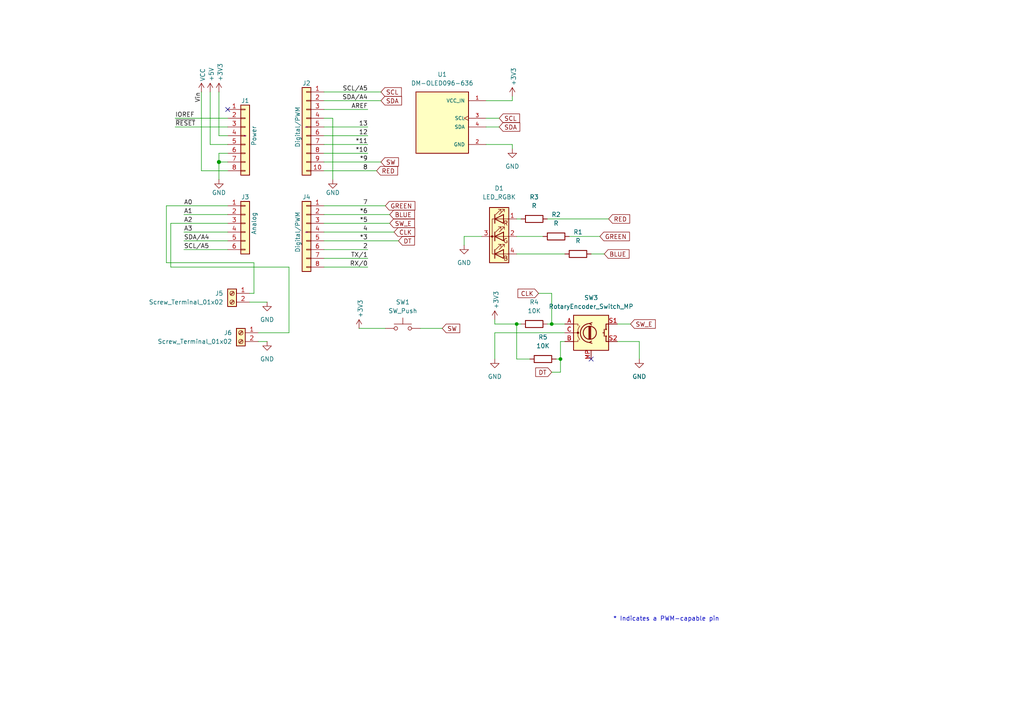
<source format=kicad_sch>
(kicad_sch (version 20250114) (generator "eeschema") (generator_version "9.0")
  (paper "A4")
  (title_block (date "mar. 31 mars 2015"))
  (lib_symbols
    (symbol "Connector:Screw_Terminal_01x02" (pin_names (offset 1.016) (hide yes))
      (property "Reference" "J" (at 0 2.54 0))
      (property "Value" "Screw_Terminal_01x02" (at 0 -5.08 0))
      (symbol "Screw_Terminal_01x02_1_1"
        (rectangle (start -1.27 1.27) (end 1.27 -3.81) (stroke (width 0.254)) (fill (type background)))
        (polyline (pts (xy -0.5334 0.3302) (xy 0.3302 -0.508)) (stroke (width 0.1524)))
        (polyline (pts (xy -0.5334 -2.2098) (xy 0.3302 -3.048)) (stroke (width 0.1524)))
        (polyline (pts (xy -0.3556 0.508) (xy 0.508 -0.3302)) (stroke (width 0.1524)))
        (polyline (pts (xy -0.3556 -2.032) (xy 0.508 -2.8702)) (stroke (width 0.1524)))
        (circle (center 0 0) (radius 0.635) (stroke (width 0.1524)))
        (circle (center 0 -2.54) (radius 0.635) (stroke (width 0.1524)))
        (pin passive line (at -5.08 0 0) (length 3.81) (name "Pin_1") (number "1"))
        (pin passive line (at -5.08 -2.54 0) (length 3.81) (name "Pin_2") (number "2"))
      )
    )
    (symbol "Connector_Generic:Conn_01x06" (pin_names (offset 1.016) (hide yes))
      (property "Reference" "J" (at 0 7.62 0))
      (property "Value" "Conn_01x06" (at 0 -10.16 0))
      (symbol "Conn_01x06_1_1"
        (rectangle (start -1.27 6.35) (end 1.27 -8.89) (stroke (width 0.254)) (fill (type background)))
        (rectangle (start -1.27 5.207) (end 0 4.953) (stroke (width 0.1524)))
        (rectangle (start -1.27 2.667) (end 0 2.413) (stroke (width 0.1524)))
        (rectangle (start -1.27 0.127) (end 0 -0.127) (stroke (width 0.1524)))
        (rectangle (start -1.27 -2.413) (end 0 -2.667) (stroke (width 0.1524)))
        (rectangle (start -1.27 -4.953) (end 0 -5.207) (stroke (width 0.1524)))
        (rectangle (start -1.27 -7.493) (end 0 -7.747) (stroke (width 0.1524)))
        (pin passive line (at -5.08 5.08 0) (length 3.81) (name "Pin_1") (number "1"))
        (pin passive line (at -5.08 2.54 0) (length 3.81) (name "Pin_2") (number "2"))
        (pin passive line (at -5.08 0 0) (length 3.81) (name "Pin_3") (number "3"))
        (pin passive line (at -5.08 -2.54 0) (length 3.81) (name "Pin_4") (number "4"))
        (pin passive line (at -5.08 -5.08 0) (length 3.81) (name "Pin_5") (number "5"))
        (pin passive line (at -5.08 -7.62 0) (length 3.81) (name "Pin_6") (number "6"))
      )
    )
    (symbol "Connector_Generic:Conn_01x08" (pin_names (offset 1.016) (hide yes))
      (property "Reference" "J" (at 0 10.16 0))
      (property "Value" "Conn_01x08" (at 0 -12.7 0))
      (symbol "Conn_01x08_1_1"
        (rectangle (start -1.27 8.89) (end 1.27 -11.43) (stroke (width 0.254)) (fill (type background)))
        (rectangle (start -1.27 7.747) (end 0 7.493) (stroke (width 0.1524)))
        (rectangle (start -1.27 5.207) (end 0 4.953) (stroke (width 0.1524)))
        (rectangle (start -1.27 2.667) (end 0 2.413) (stroke (width 0.1524)))
        (rectangle (start -1.27 0.127) (end 0 -0.127) (stroke (width 0.1524)))
        (rectangle (start -1.27 -2.413) (end 0 -2.667) (stroke (width 0.1524)))
        (rectangle (start -1.27 -4.953) (end 0 -5.207) (stroke (width 0.1524)))
        (rectangle (start -1.27 -7.493) (end 0 -7.747) (stroke (width 0.1524)))
        (rectangle (start -1.27 -10.033) (end 0 -10.287) (stroke (width 0.1524)))
        (pin passive line (at -5.08 7.62 0) (length 3.81) (name "Pin_1") (number "1"))
        (pin passive line (at -5.08 5.08 0) (length 3.81) (name "Pin_2") (number "2"))
        (pin passive line (at -5.08 2.54 0) (length 3.81) (name "Pin_3") (number "3"))
        (pin passive line (at -5.08 0 0) (length 3.81) (name "Pin_4") (number "4"))
        (pin passive line (at -5.08 -2.54 0) (length 3.81) (name "Pin_5") (number "5"))
        (pin passive line (at -5.08 -5.08 0) (length 3.81) (name "Pin_6") (number "6"))
        (pin passive line (at -5.08 -7.62 0) (length 3.81) (name "Pin_7") (number "7"))
        (pin passive line (at -5.08 -10.16 0) (length 3.81) (name "Pin_8") (number "8"))
      )
    )
    (symbol "Connector_Generic:Conn_01x10" (pin_names (offset 1.016) (hide yes))
      (property "Reference" "J" (at 0 12.7 0))
      (property "Value" "Conn_01x10" (at 0 -15.24 0))
      (symbol "Conn_01x10_1_1"
        (rectangle (start -1.27 11.43) (end 1.27 -13.97) (stroke (width 0.254)) (fill (type background)))
        (rectangle (start -1.27 10.287) (end 0 10.033) (stroke (width 0.1524)))
        (rectangle (start -1.27 7.747) (end 0 7.493) (stroke (width 0.1524)))
        (rectangle (start -1.27 5.207) (end 0 4.953) (stroke (width 0.1524)))
        (rectangle (start -1.27 2.667) (end 0 2.413) (stroke (width 0.1524)))
        (rectangle (start -1.27 0.127) (end 0 -0.127) (stroke (width 0.1524)))
        (rectangle (start -1.27 -2.413) (end 0 -2.667) (stroke (width 0.1524)))
        (rectangle (start -1.27 -4.953) (end 0 -5.207) (stroke (width 0.1524)))
        (rectangle (start -1.27 -7.493) (end 0 -7.747) (stroke (width 0.1524)))
        (rectangle (start -1.27 -10.033) (end 0 -10.287) (stroke (width 0.1524)))
        (rectangle (start -1.27 -12.573) (end 0 -12.827) (stroke (width 0.1524)))
        (pin passive line (at -5.08 10.16 0) (length 3.81) (name "Pin_1") (number "1"))
        (pin passive line (at -5.08 7.62 0) (length 3.81) (name "Pin_2") (number "2"))
        (pin passive line (at -5.08 5.08 0) (length 3.81) (name "Pin_3") (number "3"))
        (pin passive line (at -5.08 2.54 0) (length 3.81) (name "Pin_4") (number "4"))
        (pin passive line (at -5.08 0 0) (length 3.81) (name "Pin_5") (number "5"))
        (pin passive line (at -5.08 -2.54 0) (length 3.81) (name "Pin_6") (number "6"))
        (pin passive line (at -5.08 -5.08 0) (length 3.81) (name "Pin_7") (number "7"))
        (pin passive line (at -5.08 -7.62 0) (length 3.81) (name "Pin_8") (number "8"))
        (pin passive line (at -5.08 -10.16 0) (length 3.81) (name "Pin_9") (number "9"))
        (pin passive line (at -5.08 -12.7 0) (length 3.81) (name "Pin_10") (number "10"))
      )
    )
    (symbol "DAVIDFELIZ:DM-OLED096-636" (pin_names (offset 1.016))
      (property "Reference" "U1" (at 0 15.24 0))
      (property "Value" "DM-OLED096-636" (at 0 12.7 0))
      (symbol "DM-OLED096-636_0_0"
        (rectangle (start -7.62 10.16) (end 7.62 -7.62) (stroke (width 0.254)) (fill (type background)))
        (pin input clock (at 12.7 2.54 180) (length 5.08) (name "SCL") (number "3"))
        (pin bidirectional line (at 12.7 0 180) (length 5.08) (name "SDA") (number "4"))
      )
      (symbol "DM-OLED096-636_1_0"
        (pin power_in line (at 12.7 7.62 180) (length 5.08) (name "VCC_IN") (number "1"))
        (pin power_in line (at 12.7 -5.08 180) (length 5.08) (name "GND") (number "2"))
      )
    )
    (symbol "Device:LED_RGBK" (pin_names (offset 0) (hide yes))
      (property "Reference" "D1" (at 0 13.97 0))
      (property "Value" "LED_RGBK" (at 0 11.43 0))
      (symbol "LED_RGBK_0_0"
        (text "R" (at 1.905 3.81 0) (effects (font (size 1.27 1.27))))
        (text "G" (at 1.905 -1.27 0) (effects (font (size 1.27 1.27))))
        (text "B" (at 1.905 -6.35 0) (effects (font (size 1.27 1.27))))
      )
      (symbol "LED_RGBK_0_1"
        (circle (center -2.032 0) (radius 0.254) (fill (type outline)))
        (polyline (pts (xy -1.27 6.35) (xy -1.27 3.81)) (stroke (width 0.254)))
        (polyline (pts (xy -1.27 6.35) (xy -1.27 3.81) (xy -1.27 3.81)))
        (polyline (pts (xy -1.27 5.08) (xy 1.27 5.08)))
        (polyline (pts (xy -1.27 5.08) (xy -2.032 5.08) (xy -2.032 -5.08) (xy -1.016 -5.08)))
        (polyline (pts (xy -1.27 1.27) (xy -1.27 -1.27)) (stroke (width 0.254)))
        (polyline (pts (xy -1.27 1.27) (xy -1.27 -1.27) (xy -1.27 -1.27)))
        (polyline (pts (xy -1.27 0) (xy -2.54 0)))
        (polyline (pts (xy -1.27 -3.81) (xy -1.27 -6.35)) (stroke (width 0.254)))
        (polyline (pts (xy -1.27 -5.08) (xy 1.27 -5.08)))
        (polyline (pts (xy -1.016 6.35) (xy 0.508 7.874) (xy -0.254 7.874) (xy 0.508 7.874) (xy 0.508 7.112)))
        (polyline (pts (xy -1.016 1.27) (xy 0.508 2.794) (xy -0.254 2.794) (xy 0.508 2.794) (xy 0.508 2.032)))
        (polyline (pts (xy -1.016 -3.81) (xy 0.508 -2.286) (xy -0.254 -2.286) (xy 0.508 -2.286) (xy 0.508 -3.048)))
        (polyline (pts (xy 0 6.35) (xy 1.524 7.874) (xy 0.762 7.874) (xy 1.524 7.874) (xy 1.524 7.112)))
        (polyline (pts (xy 0 1.27) (xy 1.524 2.794) (xy 0.762 2.794) (xy 1.524 2.794) (xy 1.524 2.032)))
        (polyline (pts (xy 0 -3.81) (xy 1.524 -2.286) (xy 0.762 -2.286) (xy 1.524 -2.286) (xy 1.524 -3.048)))
        (polyline (pts (xy 1.27 6.35) (xy 1.27 3.81) (xy -1.27 5.08) (xy 1.27 6.35)) (stroke (width 0.254)))
        (rectangle (start 1.27 6.35) (end 1.27 6.35))
        (polyline (pts (xy 1.27 5.08) (xy 2.54 5.08)))
        (rectangle (start 1.27 3.81) (end 1.27 6.35))
        (polyline (pts (xy 1.27 1.27) (xy 1.27 -1.27) (xy -1.27 0) (xy 1.27 1.27)) (stroke (width 0.254)))
        (rectangle (start 1.27 1.27) (end 1.27 1.27))
        (polyline (pts (xy 1.27 0) (xy -1.27 0)))
        (polyline (pts (xy 1.27 0) (xy 2.54 0)))
        (rectangle (start 1.27 -1.27) (end 1.27 1.27))
        (polyline (pts (xy 1.27 -3.81) (xy 1.27 -6.35) (xy -1.27 -5.08) (xy 1.27 -3.81)) (stroke (width 0.254)))
        (polyline (pts (xy 1.27 -5.08) (xy 2.54 -5.08)))
        (rectangle (start 2.794 8.382) (end -2.794 -7.62) (stroke (width 0.254)) (fill (type background)))
      )
      (symbol "LED_RGBK_1_1"
        (pin passive line (at -5.08 0 0) (length 2.54) (name "K") (number "3"))
        (pin passive line (at 5.08 5.08 180) (length 2.54) (name "RA") (number "1"))
        (pin passive line (at 5.08 0 180) (length 2.54) (name "GA") (number "2"))
        (pin passive line (at 5.08 -5.08 180) (length 2.54) (name "BA") (number "4"))
      )
    )
    (symbol "Device:R" (pin_numbers (hide yes)) (pin_names (offset 0))
      (property "Reference" "R" (at 2.032 0 90))
      (property "Value" "R" (at 0 0 90))
      (symbol "R_0_1"
        (rectangle (start -1.016 -2.54) (end 1.016 2.54) (stroke (width 0.254)))
      )
      (symbol "R_1_1"
        (pin passive line (at 0 3.81 270) (length 1.27) (name "~") (number "1"))
        (pin passive line (at 0 -3.81 90) (length 1.27) (name "~") (number "2"))
      )
    )
    (symbol "Device:RotaryEncoder_Switch_MP" (pin_names (offset 0.254) (hide yes))
      (property "Reference" "SW" (at 0 8.89 0))
      (property "Value" "RotaryEncoder_Switch_MP" (at 0 6.35 0))
      (symbol "RotaryEncoder_Switch_MP_0_1"
        (rectangle (start -5.08 5.08) (end 5.08 -5.08) (stroke (width 0.254)) (fill (type background)))
        (polyline (pts (xy -5.08 2.54) (xy -3.81 2.54) (xy -3.81 2.032)))
        (polyline (pts (xy -5.08 0) (xy -3.81 0) (xy -3.81 -1.016) (xy -3.302 -2.032)))
        (polyline (pts (xy -5.08 -2.54) (xy -3.81 -2.54) (xy -3.81 -2.032)))
        (polyline (pts (xy -4.318 0) (xy -3.81 0) (xy -3.81 1.016) (xy -3.302 2.032)))
        (circle (center -3.81 0) (radius 0.254) (fill (type outline)))
        (polyline (pts (xy -0.635 -1.778) (xy -0.635 1.778)) (stroke (width 0.254)))
        (circle (center -0.381 0) (radius 1.905) (stroke (width 0.254)))
        (polyline (pts (xy -0.381 -1.778) (xy -0.381 1.778)) (stroke (width 0.254)))
        (arc (start -0.381 -2.794) (mid -3.0988 -0.0635) (end -0.381 2.667) (stroke (width 0.254)))
        (polyline (pts (xy -0.127 1.778) (xy -0.127 -1.778)) (stroke (width 0.254)))
        (polyline (pts (xy 0.254 2.921) (xy -0.508 2.667) (xy 0.127 2.286)) (stroke (width 0.254)))
        (polyline (pts (xy 0.254 -3.048) (xy -0.508 -2.794) (xy 0.127 -2.413)) (stroke (width 0.254)))
        (polyline (pts (xy 3.81 1.016) (xy 3.81 -1.016)) (stroke (width 0.254)))
        (polyline (pts (xy 3.81 0) (xy 3.429 0)) (stroke (width 0.254)))
        (circle (center 4.318 1.016) (radius 0.127) (stroke (width 0.254)))
        (circle (center 4.318 -1.016) (radius 0.127) (stroke (width 0.254)))
        (polyline (pts (xy 5.08 2.54) (xy 4.318 2.54) (xy 4.318 1.016)) (stroke (width 0.254)))
        (polyline (pts (xy 5.08 -2.54) (xy 4.318 -2.54) (xy 4.318 -1.016)) (stroke (width 0.254)))
      )
      (symbol "RotaryEncoder_Switch_MP_1_1"
        (pin passive line (at -7.62 2.54 0) (length 2.54) (name "A") (number "A"))
        (pin passive line (at -7.62 0 0) (length 2.54) (name "C") (number "C"))
        (pin passive line (at -7.62 -2.54 0) (length 2.54) (name "B") (number "B"))
        (pin passive line (at 0 -7.62 90) (length 2.54) (name "MP") (number "MP"))
        (pin passive line (at 7.62 2.54 180) (length 2.54) (name "S1") (number "S1"))
        (pin passive line (at 7.62 -2.54 180) (length 2.54) (name "S2") (number "S2"))
      )
    )
    (symbol "Switch:SW_Push" (pin_numbers (hide yes)) (pin_names (offset 1.016) (hide yes))
      (property "Reference" "SW" (at 1.27 2.54 0))
      (property "Value" "SW_Push" (at 0 -1.524 0))
      (symbol "SW_Push_0_1"
        (circle (center -2.032 0) (radius 0.508))
        (polyline (pts (xy 0 1.27) (xy 0 3.048)))
        (circle (center 2.032 0) (radius 0.508))
        (polyline (pts (xy 2.54 1.27) (xy -2.54 1.27)))
        (pin passive line (at -5.08 0 0) (length 2.54) (name "1") (number "1"))
        (pin passive line (at 5.08 0 180) (length 2.54) (name "2") (number "2"))
      )
    )
    (symbol "power:+3V3" (power) (pin_numbers (hide yes)) (pin_names (offset 0) (hide yes))
      (property "Value" "+3V3" (at 0 3.556 0))
      (symbol "+3V3_0_1"
        (polyline (pts (xy -0.762 1.27) (xy 0 2.54)))
        (polyline (pts (xy 0 2.54) (xy 0.762 1.27)))
        (polyline (pts (xy 0 0) (xy 0 2.54)))
      )
      (symbol "+3V3_1_1"
        (pin power_in line (at 0 0 90) (length 0) (name "~") (number "1"))
      )
    )
    (symbol "power:+5V" (power) (pin_numbers (hide yes)) (pin_names (offset 0) (hide yes))
      (property "Value" "+5V" (at 0 3.556 0))
      (symbol "+5V_0_1"
        (polyline (pts (xy -0.762 1.27) (xy 0 2.54)))
        (polyline (pts (xy 0 2.54) (xy 0.762 1.27)))
        (polyline (pts (xy 0 0) (xy 0 2.54)))
      )
      (symbol "+5V_1_1"
        (pin power_in line (at 0 0 90) (length 0) (name "~") (number "1"))
      )
    )
    (symbol "power:GND" (power) (pin_numbers (hide yes)) (pin_names (offset 0) (hide yes))
      (property "Value" "GND" (at 0 -3.81 0))
      (symbol "GND_0_1"
        (polyline (pts (xy 0 0) (xy 0 -1.27) (xy 1.27 -1.27) (xy 0 -2.54) (xy -1.27 -1.27) (xy 0 -1.27)))
      )
      (symbol "GND_1_1"
        (pin power_in line (at 0 0 270) (length 0) (name "~") (number "1"))
      )
    )
    (symbol "power:VCC" (power) (pin_numbers (hide yes)) (pin_names (offset 0) (hide yes))
      (property "Value" "VCC" (at 0 3.556 0))
      (symbol "VCC_0_1"
        (polyline (pts (xy -0.762 1.27) (xy 0 2.54)))
        (polyline (pts (xy 0 2.54) (xy 0.762 1.27)))
        (polyline (pts (xy 0 0) (xy 0 2.54)))
      )
      (symbol "VCC_1_1"
        (pin power_in line (at 0 0 90) (length 0) (name "~") (number "1"))
      )
    )
  )
  (text "* Indicates a PWM-capable pin" (at 177.8 180.34 0) (effects (font (size 1.27 1.27)) (justify left bottom)))
  (junction (at 63.5 46.99) (diameter 1.016))
  (junction (at 162.56 104.14))
  (junction (at 149.86 93.98))
  (junction (at 160.02 93.98))
  (no_connect (at 171.45 104.14))
  (no_connect (at 66.04 31.75))
  (wire (pts (xy 93.98 77.47) (xy 106.68 77.47)))
  (wire (pts (xy 93.98 44.45) (xy 106.68 44.45)))
  (wire (pts (xy 121.92 95.25) (xy 128.27 95.25)))
  (wire (pts (xy 93.98 26.67) (xy 110.49 26.67)))
  (wire (pts (xy 158.75 63.5) (xy 176.53 63.5)))
  (wire (pts (xy 73.66 85.09) (xy 72.39 85.09)))
  (wire (pts (xy 63.5 44.45) (xy 63.5 46.99)))
  (wire (pts (xy 53.34 72.39) (xy 66.04 72.39)))
  (wire (pts (xy 161.29 104.14) (xy 162.56 104.14)))
  (wire (pts (xy 63.5 46.99) (xy 63.5 52.07)))
  (wire (pts (xy 151.13 93.98) (xy 149.86 93.98)))
  (wire (pts (xy 73.66 76.2) (xy 48.26 76.2)))
  (wire (pts (xy 63.5 39.37) (xy 66.04 39.37)))
  (wire (pts (xy 60.96 41.91) (xy 66.04 41.91)))
  (wire (pts (xy 60.96 26.67) (xy 60.96 41.91)))
  (wire (pts (xy 140.97 29.21) (xy 148.59 29.21)))
  (wire (pts (xy 49.53 77.47) (xy 49.53 64.77)))
  (wire (pts (xy 179.07 93.98) (xy 182.88 93.98)))
  (wire (pts (xy 72.39 87.63) (xy 77.47 87.63)))
  (wire (pts (xy 93.98 36.83) (xy 106.68 36.83)))
  (wire (pts (xy 63.5 26.67) (xy 63.5 39.37)))
  (wire (pts (xy 93.98 59.69) (xy 111.76 59.69)))
  (wire (pts (xy 148.59 27.94) (xy 148.59 29.21)))
  (wire (pts (xy 93.98 39.37) (xy 106.68 39.37)))
  (wire (pts (xy 93.98 62.23) (xy 113.03 62.23)))
  (wire (pts (xy 149.86 73.66) (xy 163.83 73.66)))
  (wire (pts (xy 83.82 77.47) (xy 49.53 77.47)))
  (wire (pts (xy 140.97 34.29) (xy 144.78 34.29)))
  (wire (pts (xy 48.26 59.69) (xy 66.04 59.69)))
  (wire (pts (xy 93.98 46.99) (xy 110.49 46.99)))
  (wire (pts (xy 160.02 85.09) (xy 160.02 93.98)))
  (wire (pts (xy 93.98 67.31) (xy 114.3 67.31)))
  (wire (pts (xy 149.86 104.14) (xy 153.67 104.14)))
  (wire (pts (xy 74.93 96.52) (xy 83.82 96.52)))
  (wire (pts (xy 50.8 34.29) (xy 66.04 34.29)))
  (wire (pts (xy 48.26 76.2) (xy 48.26 59.69)))
  (wire (pts (xy 179.07 99.06) (xy 185.42 99.06)))
  (wire (pts (xy 160.02 107.95) (xy 162.56 107.95)))
  (wire (pts (xy 96.52 34.29) (xy 96.52 52.07)))
  (wire (pts (xy 156.21 85.09) (xy 160.02 85.09)))
  (wire (pts (xy 185.42 99.06) (xy 185.42 104.14)))
  (wire (pts (xy 73.66 85.09) (xy 73.66 76.2)))
  (wire (pts (xy 93.98 31.75) (xy 106.68 31.75)))
  (wire (pts (xy 162.56 99.06) (xy 162.56 104.14)))
  (wire (pts (xy 149.86 93.98) (xy 149.86 104.14)))
  (wire (pts (xy 162.56 99.06) (xy 163.83 99.06)))
  (wire (pts (xy 50.8 36.83) (xy 66.04 36.83)))
  (wire (pts (xy 66.04 46.99) (xy 63.5 46.99)))
  (wire (pts (xy 140.97 41.91) (xy 148.59 41.91)))
  (wire (pts (xy 143.51 96.52) (xy 143.51 104.14)))
  (wire (pts (xy 143.51 92.71) (xy 143.51 93.98)))
  (wire (pts (xy 66.04 49.53) (xy 58.42 49.53)))
  (wire (pts (xy 149.86 63.5) (xy 151.13 63.5)))
  (wire (pts (xy 143.51 96.52) (xy 163.83 96.52)))
  (wire (pts (xy 160.02 93.98) (xy 163.83 93.98)))
  (wire (pts (xy 53.34 62.23) (xy 66.04 62.23)))
  (wire (pts (xy 104.14 95.25) (xy 111.76 95.25)))
  (wire (pts (xy 162.56 107.95) (xy 162.56 104.14)))
  (wire (pts (xy 165.1 68.58) (xy 173.99 68.58)))
  (wire (pts (xy 83.82 77.47) (xy 83.82 96.52)))
  (wire (pts (xy 74.93 99.06) (xy 77.47 99.06)))
  (wire (pts (xy 158.75 93.98) (xy 160.02 93.98)))
  (wire (pts (xy 93.98 34.29) (xy 96.52 34.29)))
  (wire (pts (xy 66.04 44.45) (xy 63.5 44.45)))
  (wire (pts (xy 49.53 64.77) (xy 66.04 64.77)))
  (wire (pts (xy 93.98 41.91) (xy 106.68 41.91)))
  (wire (pts (xy 93.98 64.77) (xy 113.03 64.77)))
  (wire (pts (xy 53.34 67.31) (xy 66.04 67.31)))
  (wire (pts (xy 140.97 36.83) (xy 144.78 36.83)))
  (wire (pts (xy 134.62 71.12) (xy 134.62 68.58)))
  (wire (pts (xy 171.45 73.66) (xy 175.26 73.66)))
  (wire (pts (xy 143.51 93.98) (xy 149.86 93.98)))
  (wire (pts (xy 148.59 41.91) (xy 148.59 43.18)))
  (wire (pts (xy 93.98 29.21) (xy 110.49 29.21)))
  (wire (pts (xy 93.98 72.39) (xy 106.68 72.39)))
  (wire (pts (xy 93.98 69.85) (xy 115.57 69.85)))
  (wire (pts (xy 134.62 68.58) (xy 139.7 68.58)))
  (wire (pts (xy 93.98 74.93) (xy 106.68 74.93)))
  (wire (pts (xy 58.42 49.53) (xy 58.42 26.67)))
  (wire (pts (xy 66.04 69.85) (xy 53.34 69.85)))
  (wire (pts (xy 149.86 68.58) (xy 157.48 68.58)))
  (wire (pts (xy 93.98 49.53) (xy 109.22 49.53)))
  (label "RX{slash}0" (at 106.68 77.47 180))
  (label "A2" (at 53.34 64.77 0))
  (label "4" (at 106.68 67.31 180))
  (label "2" (at 106.68 72.39 180))
  (label "A3" (at 53.34 67.31 0))
  (label "13" (at 106.68 36.83 180))
  (label "12" (at 106.68 39.37 180))
  (label "~{RESET}" (at 50.8 36.83 0))
  (label "*10" (at 106.68 44.45 180))
  (label "7" (at 106.68 59.69 180))
  (label "SDA{slash}A4" (at 106.68 29.21 180))
  (label "8" (at 106.68 49.53 180))
  (label "*11" (at 106.68 41.91 180))
  (label "*3" (at 106.68 69.85 180))
  (label "A1" (at 53.34 62.23 0))
  (label "TX{slash}1" (at 106.68 74.93 180))
  (label "A0" (at 53.34 59.69 0))
  (label "AREF" (at 106.68 31.75 180))
  (label "Vin" (at 58.42 26.67 270))
  (label "*6" (at 106.68 62.23 180))
  (label "SCL{slash}A5" (at 106.68 26.67 180))
  (label "*9" (at 106.68 46.99 180))
  (label "*5" (at 106.68 64.77 180))
  (label "IOREF" (at 50.8 34.29 0))
  (label "SDA{slash}A4" (at 53.34 69.85 0))
  (label "SCL{slash}A5" (at 53.34 72.39 0))
  (global_label "SW" (shape input) (at 128.27 95.25 0) (property "Intersheetrefs" "${INTERSHEET_REFS}" (effects (hide yes))))
  (global_label "RED" (shape input) (at 176.53 63.5 0) (property "Intersheetrefs" "${INTERSHEET_REFS}" (effects (hide yes))))
  (global_label "GREEN" (shape input) (at 173.99 68.58 0) (property "Intersheetrefs" "${INTERSHEET_REFS}" (effects (hide yes))))
  (global_label "SW" (shape input) (at 110.49 46.99 0) (property "Intersheetrefs" "${INTERSHEET_REFS}" (effects (hide yes))))
  (global_label "DT" (shape input) (at 115.57 69.85 0) (property "Intersheetrefs" "${INTERSHEET_REFS}" (effects (hide yes))))
  (global_label "SDA" (shape input) (at 144.78 36.83 0) (property "Intersheetrefs" "${INTERSHEET_REFS}" (effects (hide yes))))
  (global_label "BLUE" (shape input) (at 175.26 73.66 0) (property "Intersheetrefs" "${INTERSHEET_REFS}" (effects (hide yes))))
  (global_label "CLK" (shape input) (at 114.3 67.31 0) (property "Intersheetrefs" "${INTERSHEET_REFS}" (effects (hide yes))))
  (global_label "GREEN" (shape input) (at 111.76 59.69 0) (property "Intersheetrefs" "${INTERSHEET_REFS}" (effects (hide yes))))
  (global_label "SCL" (shape input) (at 110.49 26.67 0) (property "Intersheetrefs" "${INTERSHEET_REFS}" (effects (hide yes))))
  (global_label "SW_E" (shape input) (at 182.88 93.98 0) (property "Intersheetrefs" "${INTERSHEET_REFS}" (effects (hide yes))))
  (global_label "SCL" (shape input) (at 144.78 34.29 0) (property "Intersheetrefs" "${INTERSHEET_REFS}" (effects (hide yes))))
  (global_label "SW_E" (shape input) (at 113.03 64.77 0) (property "Intersheetrefs" "${INTERSHEET_REFS}" (effects (hide yes))))
  (global_label "RED" (shape input) (at 109.22 49.53 0) (property "Intersheetrefs" "${INTERSHEET_REFS}" (effects (hide yes))))
  (global_label "CLK" (shape input) (at 156.21 85.09 180) (property "Intersheetrefs" "${INTERSHEET_REFS}" (effects (hide yes))))
  (global_label "DT" (shape input) (at 160.02 107.95 180) (property "Intersheetrefs" "${INTERSHEET_REFS}" (effects (hide yes))))
  (global_label "BLUE" (shape input) (at 113.03 62.23 0) (property "Intersheetrefs" "${INTERSHEET_REFS}" (effects (hide yes))))
  (global_label "SDA" (shape input) (at 110.49 29.21 0) (property "Intersheetrefs" "${INTERSHEET_REFS}" (effects (hide yes))))
  (symbol (lib_id "Connector_Generic:Conn_01x08") (at 71.12 39.37 0) (unit 1)
    (property "Reference" "J1" (at 71.12 29.21 0))
    (property "Value" "Power" (at 73.66 39.37 90))
    (property "Footprint" "Connector_PinHeader_2.54mm:PinHeader_1x08_P2.54mm_Vertical" (effects (hide yes)))
    (property "Datasheet" "~" (at 71.12 39.37 0))
    (property "Description" "Generic connector, single row, 01x08, script generated (kicad-library-utils/schlib/autogen/connector/)" (effects (hide yes)))
  )
  (symbol (lib_id "power:+3V3") (at 63.5 26.67 0) (unit 1)
    (property "Reference" "#PWR03" (effects (hide yes)))
    (property "Value" "+3V3" (at 63.881 23.622 90) (effects (justify left)))
    (property "Description" "Power symbol creates a global label with name \"+3V3\"" (effects (hide yes)))
  )
  (symbol (lib_id "power:+5V") (at 60.96 26.67 0) (unit 1)
    (property "Reference" "#PWR02" (effects (hide yes)))
    (property "Value" "+5V" (at 61.3156 23.622 90) (effects (justify left)))
    (property "Description" "Power symbol creates a global label with name \"+5V\"" (effects (hide yes)))
  )
  (symbol (lib_id "power:GND") (at 63.5 52.07 0) (unit 1)
    (property "Reference" "#PWR04" (effects (hide yes)))
    (property "Value" "GND" (at 63.5 55.88 0))
    (property "Description" "Power symbol creates a global label with name \"GND\" , ground" (effects (hide yes)))
  )
  (symbol (lib_id "Connector_Generic:Conn_01x10") (at 88.9 36.83 0) (mirror y) (unit 1)
    (property "Reference" "J2" (at 88.9 24.13 0))
    (property "Value" "Digital/PWM" (at 86.36 36.83 90))
    (property "Footprint" "Connector_PinHeader_2.54mm:PinHeader_1x10_P2.54mm_Vertical" (effects (hide yes)))
    (property "Datasheet" "~" (at 88.9 36.83 0))
    (property "Description" "Generic connector, single row, 01x10, script generated (kicad-library-utils/schlib/autogen/connector/)" (effects (hide yes)))
  )
  (symbol (lib_id "power:GND") (at 96.52 52.07 0) (unit 1)
    (property "Reference" "#PWR05" (effects (hide yes)))
    (property "Value" "GND" (at 96.52 55.88 0))
    (property "Description" "Power symbol creates a global label with name \"GND\" , ground" (effects (hide yes)))
  )
  (symbol (lib_id "Connector_Generic:Conn_01x06") (at 71.12 64.77 0) (unit 1)
    (property "Reference" "J3" (at 71.12 57.15 0))
    (property "Value" "Analog" (at 73.66 64.77 90))
    (property "Footprint" "Connector_PinHeader_2.54mm:PinHeader_1x06_P2.54mm_Vertical" (effects (hide yes)))
    (property "Description" "Generic connector, single row, 01x06, script generated (kicad-library-utils/schlib/autogen/connector/)" (effects (hide yes)))
  )
  (symbol (lib_id "Connector_Generic:Conn_01x08") (at 88.9 67.31 0) (mirror y) (unit 1)
    (property "Reference" "J4" (at 88.9 57.15 0))
    (property "Value" "Digital/PWM" (at 86.36 67.31 90))
    (property "Footprint" "Connector_PinHeader_2.54mm:PinHeader_1x08_P2.54mm_Vertical" (effects (hide yes)))
    (property "Datasheet" "~" (at 88.9 67.31 0))
    (property "Description" "Generic connector, single row, 01x08, script generated (kicad-library-utils/schlib/autogen/connector/)" (effects (hide yes)))
  )
  (symbol (lib_id "Connector:Screw_Terminal_01x02") (at 67.31 85.09 0) (mirror y) (unit 1)
    (property "Reference" "J5" (at 64.77 85.0899 0) (effects (justify left)))
    (property "Value" "Screw_Terminal_01x02" (at 64.77 87.6299 0) (effects (justify left)))
    (property "Footprint" "DAVIDFELIZ:TE_282837-2" (effects (hide yes)))
    (property "Description" "Generic screw terminal, single row, 01x02, script generated (kicad-library-utils/schlib/autogen/connector/)" (effects (hide yes)))
  )
  (symbol (lib_id "power:GND") (at 185.42 104.14 0) (unit 1)
    (property "Reference" "#PWR014" (effects (hide yes)))
    (property "Value" "GND" (at 185.42 109.22 0))
    (property "Description" "Power symbol creates a global label with name \"GND\" , ground" (effects (hide yes)))
  )
  (symbol (lib_id "Device:R") (at 161.29 68.58 90) (unit 1)
    (property "Reference" "R2" (at 161.29 62.23 90))
    (property "Value" "R" (at 161.29 64.77 90))
    (property "Footprint" "Resistor_THT:R_Axial_DIN0309_L9.0mm_D3.2mm_P15.24mm_Horizontal" (effects (hide yes)))
    (property "Description" "Resistor" (effects (hide yes)))
  )
  (symbol (lib_id "Device:RotaryEncoder_Switch_MP") (at 171.45 96.52 0) (unit 1)
    (property "Reference" "SW3" (at 171.45 86.36 0))
    (property "Value" "RotaryEncoder_Switch_MP" (at 171.45 88.9 0))
    (property "Footprint" "Rotary_Encoder:RotaryEncoder_Alps_EC11E-Switch_Vertical_H20mm" (effects (hide yes)))
    (property "Description" "Rotary encoder, dual channel, incremental quadrate outputs, with switch and MP Pin" (effects (hide yes)))
  )
  (symbol (lib_id "Device:R") (at 157.48 104.14 270) (unit 1)
    (property "Reference" "R5" (at 157.48 97.79 90))
    (property "Value" "10K" (at 157.48 100.33 90))
    (property "Footprint" "Resistor_SMD:R_0805_2012Metric" (effects (hide yes)))
    (property "Description" "Resistor" (effects (hide yes)))
  )
  (symbol (lib_id "power:GND") (at 148.59 43.18 0) (unit 1)
    (property "Reference" "#PWR06" (effects (hide yes)))
    (property "Value" "GND" (at 148.59 48.26 0))
    (property "Description" "Power symbol creates a global label with name \"GND\" , ground" (effects (hide yes)))
  )
  (symbol (lib_id "power:GND") (at 143.51 104.14 0) (unit 1)
    (property "Reference" "#PWR012" (effects (hide yes)))
    (property "Value" "GND" (at 143.51 109.22 0))
    (property "Description" "Power symbol creates a global label with name \"GND\" , ground" (effects (hide yes)))
  )
  (symbol (lib_id "power:VCC") (at 58.42 26.67 0) (unit 1)
    (property "Reference" "#PWR01" (effects (hide yes)))
    (property "Value" "VCC" (at 58.801 23.622 90) (effects (justify left)))
    (property "Description" "Power symbol creates a global label with name \"VCC\"" (effects (hide yes)))
  )
  (symbol (lib_id "Switch:SW_Push") (at 116.84 95.25 0) (unit 1)
    (property "Reference" "SW1" (at 116.84 87.63 0))
    (property "Value" "SW_Push" (at 116.84 90.17 0))
    (property "Footprint" "Button_Switch_THT:SW_PUSH_6mm" (effects (hide yes)))
    (property "Description" "Push button switch, generic, two pins" (effects (hide yes)))
  )
  (symbol (lib_id "power:+3V3") (at 143.51 92.71 0) (unit 1)
    (property "Reference" "#PWR013" (effects (hide yes)))
    (property "Value" "+3V3" (at 143.891 89.662 90) (effects (justify left)))
    (property "Description" "Power symbol creates a global label with name \"+3V3\"" (effects (hide yes)))
  )
  (symbol (lib_id "Device:R") (at 154.94 63.5 90) (unit 1)
    (property "Reference" "R3" (at 154.94 57.15 90))
    (property "Value" "R" (at 154.94 59.69 90))
    (property "Footprint" "Resistor_THT:R_Axial_DIN0309_L9.0mm_D3.2mm_P15.24mm_Horizontal" (effects (hide yes)))
    (property "Description" "Resistor" (effects (hide yes)))
  )
  (symbol (lib_id "power:+3V3") (at 148.59 27.94 0) (unit 1)
    (property "Reference" "#PWR07" (effects (hide yes)))
    (property "Value" "+3V3" (at 148.971 24.892 90) (effects (justify left)))
    (property "Description" "Power symbol creates a global label with name \"+3V3\"" (effects (hide yes)))
  )
  (symbol (lib_id "Device:R") (at 154.94 93.98 270) (unit 1)
    (property "Reference" "R4" (at 154.94 87.63 90))
    (property "Value" "10K" (at 154.94 90.17 90))
    (property "Footprint" "Resistor_SMD:R_0805_2012Metric" (effects (hide yes)))
    (property "Description" "Resistor" (effects (hide yes)))
  )
  (symbol (lib_id "Device:LED_RGBK") (at 144.78 68.58 0) (unit 1)
    (property "Reference" "D1" (at 144.78 54.61 0))
    (property "Value" "LED_RGBK" (at 144.78 57.15 0))
    (property "Footprint" "LED_THT:LED_D5.0mm-4_RGB" (effects (hide yes)))
    (property "Description" "RGB LED, red/green/blue/cathode" (effects (hide yes)))
  )
  (symbol (lib_id "Device:R") (at 167.64 73.66 90) (unit 1)
    (property "Reference" "R1" (at 167.64 67.31 90))
    (property "Value" "R" (at 167.64 69.85 90))
    (property "Footprint" "Resistor_THT:R_Axial_DIN0309_L9.0mm_D3.2mm_P15.24mm_Horizontal" (effects (hide yes)))
    (property "Description" "Resistor" (effects (hide yes)))
  )
  (symbol (lib_id "power:GND") (at 77.47 99.06 0) (unit 1)
    (property "Reference" "#PWR010" (effects (hide yes)))
    (property "Value" "GND" (at 77.47 104.14 0))
    (property "Description" "Power symbol creates a global label with name \"GND\" , ground" (effects (hide yes)))
  )
  (symbol (lib_id "power:GND") (at 134.62 71.12 0) (unit 1)
    (property "Reference" "#PWR08" (effects (hide yes)))
    (property "Value" "GND" (at 134.62 76.2 0))
    (property "Description" "Power symbol creates a global label with name \"GND\" , ground" (effects (hide yes)))
  )
  (symbol (lib_id "power:+3V3") (at 104.14 95.25 0) (unit 1)
    (property "Reference" "#PWR09" (effects (hide yes)))
    (property "Value" "+3V3" (at 104.521 92.202 90) (effects (justify left)))
    (property "Description" "Power symbol creates a global label with name \"+3V3\"" (effects (hide yes)))
  )
  (symbol (lib_id "power:GND") (at 77.47 87.63 0) (unit 1)
    (property "Reference" "#PWR011" (effects (hide yes)))
    (property "Value" "GND" (at 77.47 92.71 0))
    (property "Description" "Power symbol creates a global label with name \"GND\" , ground" (effects (hide yes)))
  )
  (symbol (lib_id "Connector:Screw_Terminal_01x02") (at 69.85 96.52 0) (mirror y) (unit 1)
    (property "Reference" "J6" (at 67.31 96.5199 0) (effects (justify left)))
    (property "Value" "Screw_Terminal_01x02" (at 67.31 99.0599 0) (effects (justify left)))
    (property "Footprint" "DAVIDFELIZ:TE_282837-2" (effects (hide yes)))
    (property "Description" "Generic screw terminal, single row, 01x02, script generated (kicad-library-utils/schlib/autogen/connector/)" (effects (hide yes)))
  )
  (symbol (lib_id "DAVIDFELIZ:DM-OLED096-636") (at 128.27 36.83 0) (unit 1)
    (property "Reference" "U1" (at 128.27 21.59 0))
    (property "Value" "DM-OLED096-636" (at 128.27 24.13 0))
    (property "Footprint" "DAVIDFELIZ:MODULE_DM-OLED096-636" (effects (hide yes)))
    (property "MF" "Display Module" (effects (hide yes)))
    (property "MAXIMUM_PACKAGE_HEIGHT" "11.3 mm" (effects (hide yes)))
    (property "Package" "Package" (effects (hide yes)))
    (property "Price" "None" (effects (hide yes)))
    (property "Check_prices" "https://www.snapeda.com/parts/DM-OLED096-636/Display+Module/view-part/?ref=eda" (effects (hide yes)))
    (property "STANDARD" "Manufacturer Recommendations" (effects (hide yes)))
    (property "PARTREV" "2018-09-10" (effects (hide yes)))
    (property "SnapEDA_Link" "https://www.snapeda.com/parts/DM-OLED096-636/Display+Module/view-part/?ref=snap" (effects (hide yes)))
    (property "MP" "DM-OLED096-636" (effects (hide yes)))
    (property "Description_1" "0.96” 128 X 64 MONOCHROME GRAPHIC OLED DISPLAY MODULE - I2C" (effects (hide yes)))
    (property "Availability" "Not in stock" (effects (hide yes)))
    (property "MANUFACTURER" "Displaymodule" (effects (hide yes)))
  )
)
</source>
